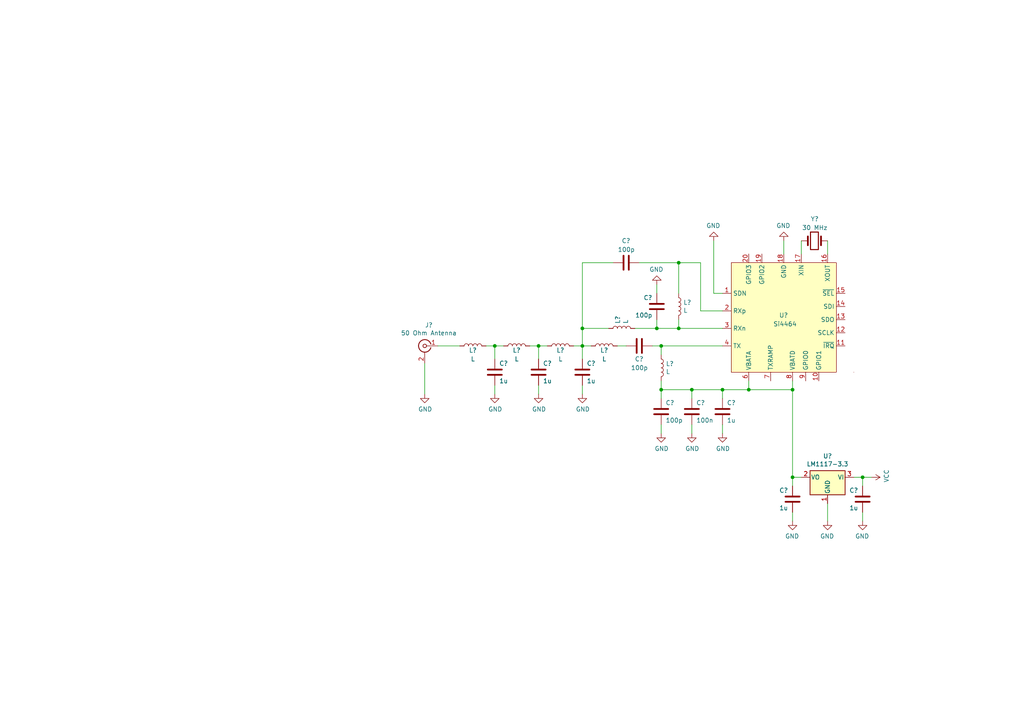
<source format=kicad_sch>
(kicad_sch (version 20230121) (generator eeschema)
  (paper "A4")
  (lib_symbols
    (symbol "RCTX-rescue:C-device" (pin_numbers hide) (pin_names (offset 0.254))
      (property "Reference" "C" (at 0.635 2.54 0))
      (property "Value" "device_C" (at 0.635 -2.54 0))
      (symbol "C-device_0_1"
        (polyline (pts (xy -2.032 -0.762) (xy 2.032 -0.762)) (stroke (width 0.508)))
        (polyline (pts (xy -2.032 0.762) (xy 2.032 0.762)) (stroke (width 0.508)))
      )
      (symbol "C-device_1_1"
        (pin passive line (at 0 3.81 270) (length 2.794) (name "~") (number "1"))
        (pin passive line (at 0 -3.81 90) (length 2.794) (name "~") (number "2"))
      )
    )
    (symbol "RCTX-rescue:Conn_Coaxial-conn" (pin_names (offset 1.016) hide)
      (property "Reference" "J" (at 0.254 3.048 0))
      (property "Value" "conn_Conn_Coaxial" (at 2.921 0 90))
      (symbol "Conn_Coaxial-conn_0_1"
        (arc (start -1.778 -0.508) (mid 0.2311 -1.8066) (end 1.778 0) (stroke (width 0.254)))
        (polyline (pts (xy -1.27 0) (xy -0.508 0)))
        (polyline (pts (xy 0 -2.54) (xy 0 -1.778)))
        (circle (center 0 0) (radius 0.508) (stroke (width 0.2032)))
        (arc (start 1.778 0) (mid 0.2099 1.8101) (end -1.778 0.508) (stroke (width 0.254)))
      )
      (symbol "Conn_Coaxial-conn_1_1"
        (pin passive line (at -3.81 0 0) (length 2.54) (name "In") (number "1"))
        (pin passive line (at 0 -5.08 90) (length 2.54) (name "Ext") (number "2"))
      )
    )
    (symbol "RCTX-rescue:Crystal-device" (pin_numbers hide) (pin_names (offset 1.016) hide)
      (property "Reference" "Y" (at 0 3.81 0))
      (property "Value" "device_Crystal" (at 0 -3.81 0))
      (symbol "Crystal-device_0_1"
        (rectangle (start -1.143 2.54) (end 1.143 -2.54) (stroke (width 0.3048)))
        (polyline (pts (xy -2.54 0) (xy -1.905 0)))
        (polyline (pts (xy -1.905 -1.27) (xy -1.905 1.27)) (stroke (width 0.508)))
        (polyline (pts (xy 1.905 -1.27) (xy 1.905 1.27)) (stroke (width 0.508)))
        (polyline (pts (xy 2.54 0) (xy 1.905 0)))
      )
      (symbol "Crystal-device_1_1"
        (pin passive line (at -3.81 0 0) (length 1.27) (name "1") (number "1"))
        (pin passive line (at 3.81 0 180) (length 1.27) (name "2") (number "2"))
      )
    )
    (symbol "RCTX-rescue:GND-power" (power) (pin_names (offset 0))
      (property "Value" "GND-power" (at 0 -3.81 0))
      (symbol "GND-power_0_1"
        (polyline (pts (xy 0 0) (xy 0 -1.27) (xy 1.27 -1.27) (xy 0 -2.54) (xy -1.27 -1.27) (xy 0 -1.27)))
      )
      (symbol "GND-power_1_1"
        (pin power_in line (at 0 0 270) (length 0) hide (name "GND") (number "1"))
      )
    )
    (symbol "RCTX-rescue:L-device" (pin_numbers hide) (pin_names (offset 1.016) hide)
      (property "Reference" "L" (at -1.27 0 90))
      (property "Value" "device_L" (at 1.905 0 90))
      (symbol "L-device_0_1"
        (arc (start 0 -2.54) (mid 0.6323 -1.905) (end 0 -1.27))
        (arc (start 0 -1.27) (mid 0.6323 -0.635) (end 0 0))
        (arc (start 0 0) (mid 0.6323 0.635) (end 0 1.27))
        (arc (start 0 1.27) (mid 0.6323 1.905) (end 0 2.54))
      )
      (symbol "L-device_1_1"
        (pin passive line (at 0 3.81 270) (length 1.27) (name "1") (number "1"))
        (pin passive line (at 0 -3.81 90) (length 1.27) (name "2") (number "2"))
      )
    )
    (symbol "RCTX-rescue:LM1117-3.3-regul" (pin_names (offset 0.254))
      (property "Reference" "U" (at -3.81 3.175 0))
      (property "Value" "regul_LM1117-3.3" (at 0 3.175 0))
      (symbol "LM1117-3.3-regul_0_1"
        (rectangle (start -5.08 -5.08) (end 5.08 1.905) (stroke (width 0.254)) (fill (type background)))
      )
      (symbol "LM1117-3.3-regul_1_1"
        (pin power_in line (at 0 -7.62 90) (length 2.54) (name "GND") (number "1"))
        (pin power_out line (at 7.62 0 180) (length 2.54) (name "VO") (number "2"))
        (pin power_in line (at -7.62 0 0) (length 2.54) (name "VI") (number "3"))
      )
    )
    (symbol "RCTX-rescue:Si4464-RF"
      (property "Reference" "U" (at 0 1.27 0))
      (property "Value" "RF_Si4464" (at 0 -1.27 0))
      (symbol "Si4464-RF_0_1"
        (rectangle (start -15.24 16.51) (end 15.24 -15.24) (fill (type background)))
        (rectangle (start 20.32 -15.24) (end 20.32 -15.24))
      )
      (symbol "Si4464-RF_1_1"
        (pin input line (at -17.78 7.62 0) (length 2.54) (name "SDN") (number "1"))
        (pin bidirectional line (at 10.16 -17.78 90) (length 2.54) (name "GPIO1") (number "10"))
        (pin open_collector line (at 17.78 -7.62 180) (length 2.54) (name "~{IRQ}") (number "11"))
        (pin input line (at 17.78 -3.81 180) (length 2.54) (name "SCLK") (number "12"))
        (pin output line (at 17.78 0 180) (length 2.54) (name "SDO") (number "13"))
        (pin input line (at 17.78 3.81 180) (length 2.54) (name "SDI") (number "14"))
        (pin input line (at 17.78 7.62 180) (length 2.54) (name "~{SEL}") (number "15"))
        (pin passive line (at 12.7 19.05 270) (length 2.54) (name "XOUT") (number "16"))
        (pin input line (at 5.08 19.05 270) (length 2.54) (name "XIN") (number "17"))
        (pin power_in line (at 0 19.05 270) (length 2.54) (name "GND") (number "18"))
        (pin bidirectional line (at -6.35 19.05 270) (length 2.54) (name "GPIO2") (number "19"))
        (pin input line (at -17.78 2.54 0) (length 2.54) (name "RXp") (number "2"))
        (pin bidirectional line (at -10.16 19.05 270) (length 2.54) (name "GPIO3") (number "20"))
        (pin power_in line (at 0 19.05 270) (length 2.54) hide (name "GND") (number "21"))
        (pin input line (at -17.78 -2.54 0) (length 2.54) (name "RXn") (number "3"))
        (pin output line (at -17.78 -7.62 0) (length 2.54) (name "TX") (number "4"))
        (pin no_connect line (at -17.78 -12.7 0) (length 2.54) hide (name "NC") (number "5"))
        (pin power_in line (at -10.16 -17.78 90) (length 2.54) (name "VBATA") (number "6"))
        (pin output line (at -3.81 -17.78 90) (length 2.54) (name "TXRAMP") (number "7"))
        (pin power_in line (at 2.54 -17.78 90) (length 2.54) (name "VBATD") (number "8"))
        (pin bidirectional line (at 6.35 -17.78 90) (length 2.54) (name "GPIO0") (number "9"))
      )
    )
    (symbol "RCTX-rescue:VCC-power" (power) (pin_names (offset 0))
      (property "Value" "VCC-power" (at 0 3.81 0))
      (symbol "VCC-power_0_1"
        (polyline (pts (xy -0.762 1.27) (xy 0 2.54)))
        (polyline (pts (xy 0 0) (xy 0 2.54)))
        (polyline (pts (xy 0 2.54) (xy 0.762 1.27)))
      )
      (symbol "VCC-power_1_1"
        (pin power_in line (at 0 0 90) (length 0) hide (name "VCC") (number "1"))
      )
    )
  )
  (junction (at 200.66 113.03))
  (junction (at 229.87 138.43))
  (junction (at 196.85 95.25))
  (junction (at 217.17 113.03))
  (junction (at 156.21 100.33))
  (junction (at 168.91 100.33))
  (junction (at 190.5 95.25))
  (junction (at 191.77 100.33))
  (junction (at 229.87 113.03))
  (junction (at 250.19 138.43))
  (junction (at 191.77 113.03))
  (junction (at 209.55 113.03))
  (junction (at 196.85 76.2))
  (junction (at 143.51 100.33))
  (junction (at 168.91 95.25))
  (wire (pts (xy 168.91 104.14) (xy 168.91 100.33)))
  (wire (pts (xy 229.87 148.59) (xy 229.87 151.13)))
  (wire (pts (xy 168.91 111.76) (xy 168.91 114.3)))
  (wire (pts (xy 217.17 113.03) (xy 217.17 110.49)))
  (wire (pts (xy 203.2 76.2) (xy 203.2 90.17)))
  (wire (pts (xy 232.41 69.85) (xy 232.41 73.66)))
  (wire (pts (xy 181.61 100.33) (xy 179.07 100.33)))
  (wire (pts (xy 168.91 76.2) (xy 168.91 95.25)))
  (wire (pts (xy 209.55 100.33) (xy 191.77 100.33)))
  (wire (pts (xy 207.01 85.09) (xy 207.01 69.85)))
  (wire (pts (xy 127 100.33) (xy 133.35 100.33)))
  (wire (pts (xy 184.15 95.25) (xy 190.5 95.25)))
  (wire (pts (xy 176.53 95.25) (xy 168.91 95.25)))
  (wire (pts (xy 196.85 76.2) (xy 203.2 76.2)))
  (wire (pts (xy 196.85 76.2) (xy 196.85 85.09)))
  (wire (pts (xy 191.77 113.03) (xy 191.77 115.57)))
  (wire (pts (xy 200.66 125.73) (xy 200.66 123.19)))
  (wire (pts (xy 189.23 100.33) (xy 191.77 100.33)))
  (wire (pts (xy 229.87 140.97) (xy 229.87 138.43)))
  (wire (pts (xy 229.87 113.03) (xy 217.17 113.03)))
  (wire (pts (xy 191.77 100.33) (xy 191.77 102.87)))
  (wire (pts (xy 217.17 113.03) (xy 209.55 113.03)))
  (wire (pts (xy 209.55 125.73) (xy 209.55 123.19)))
  (wire (pts (xy 196.85 95.25) (xy 209.55 95.25)))
  (wire (pts (xy 190.5 92.71) (xy 190.5 95.25)))
  (wire (pts (xy 209.55 113.03) (xy 200.66 113.03)))
  (wire (pts (xy 196.85 76.2) (xy 185.42 76.2)))
  (wire (pts (xy 191.77 123.19) (xy 191.77 125.73)))
  (wire (pts (xy 227.33 69.85) (xy 227.33 73.66)))
  (wire (pts (xy 168.91 100.33) (xy 166.37 100.33)))
  (wire (pts (xy 240.03 69.85) (xy 240.03 73.66)))
  (wire (pts (xy 146.05 100.33) (xy 143.51 100.33)))
  (wire (pts (xy 156.21 111.76) (xy 156.21 114.3)))
  (wire (pts (xy 240.03 146.05) (xy 240.03 151.13)))
  (wire (pts (xy 123.19 114.3) (xy 123.19 105.41)))
  (wire (pts (xy 203.2 90.17) (xy 209.55 90.17)))
  (wire (pts (xy 209.55 115.57) (xy 209.55 113.03)))
  (wire (pts (xy 232.41 138.43) (xy 229.87 138.43)))
  (wire (pts (xy 143.51 111.76) (xy 143.51 114.3)))
  (wire (pts (xy 196.85 95.25) (xy 190.5 95.25)))
  (wire (pts (xy 140.97 100.33) (xy 143.51 100.33)))
  (wire (pts (xy 229.87 110.49) (xy 229.87 113.03)))
  (wire (pts (xy 156.21 104.14) (xy 156.21 100.33)))
  (wire (pts (xy 250.19 148.59) (xy 250.19 151.13)))
  (wire (pts (xy 168.91 100.33) (xy 171.45 100.33)))
  (wire (pts (xy 200.66 113.03) (xy 191.77 113.03)))
  (wire (pts (xy 143.51 100.33) (xy 143.51 104.14)))
  (wire (pts (xy 200.66 115.57) (xy 200.66 113.03)))
  (wire (pts (xy 168.91 95.25) (xy 168.91 100.33)))
  (wire (pts (xy 209.55 85.09) (xy 207.01 85.09)))
  (wire (pts (xy 177.8 76.2) (xy 168.91 76.2)))
  (wire (pts (xy 252.73 138.43) (xy 250.19 138.43)))
  (wire (pts (xy 158.75 100.33) (xy 156.21 100.33)))
  (wire (pts (xy 156.21 100.33) (xy 153.67 100.33)))
  (wire (pts (xy 229.87 138.43) (xy 229.87 113.03)))
  (wire (pts (xy 196.85 92.71) (xy 196.85 95.25)))
  (wire (pts (xy 250.19 138.43) (xy 247.65 138.43)))
  (wire (pts (xy 190.5 82.55) (xy 190.5 85.09)))
  (wire (pts (xy 191.77 110.49) (xy 191.77 113.03)))
  (wire (pts (xy 250.19 140.97) (xy 250.19 138.43)))
  (symbol (lib_id "RCTX-rescue:Si4464-RF") (at 227.33 92.71 0) (unit 1)
    (property "Reference" "U?" (at 228.6 91.44 0) (effects (justify right)))
    (property "Value" "Si4464" (at 231.14 93.98 0) (effects (justify right)))
    (property "Footprint" "Package_DFN_QFN:QFN-20-1EP_4x4mm_P0.5mm_EP2.6x2.6mm_ThermalVias" (effects hide))
    (property "Datasheet" "https://www.silabs.com/documents/public/data-sheets/Si4464-63-61-60.pdf" (effects hide))
  )
  (symbol (lib_id "RCTX-rescue:GND-power") (at 227.33 69.85 180) (unit 1)
    (property "Reference" "#PWR?" (effects hide))
    (property "Value" "GND" (at 227.203 65.4558 0))
  )
  (symbol (lib_id "RCTX-rescue:C-device") (at 191.77 119.38 0) (unit 1)
    (property "Reference" "C?" (at 193.04 116.84 0) (effects (justify left)))
    (property "Value" "100p" (at 193.04 121.92 0) (effects (justify left)))
  )
  (symbol (lib_id "RCTX-rescue:C-device") (at 200.66 119.38 0) (unit 1)
    (property "Reference" "C?" (at 201.93 116.84 0) (effects (justify left)))
    (property "Value" "100n" (at 201.93 121.92 0) (effects (justify left)))
  )
  (symbol (lib_id "RCTX-rescue:C-device") (at 209.55 119.38 0) (unit 1)
    (property "Reference" "C?" (at 210.82 116.84 0) (effects (justify left)))
    (property "Value" "1u" (at 210.82 121.92 0) (effects (justify left)))
  )
  (symbol (lib_id "RCTX-rescue:GND-power") (at 209.55 125.73 0) (unit 1)
    (property "Reference" "#PWR?" (effects hide))
    (property "Value" "GND" (at 209.677 130.1242 0))
  )
  (symbol (lib_id "RCTX-rescue:GND-power") (at 200.66 125.73 0) (unit 1)
    (property "Reference" "#PWR?" (effects hide))
    (property "Value" "GND" (at 200.787 130.1242 0))
  )
  (symbol (lib_id "RCTX-rescue:GND-power") (at 191.77 125.73 0) (unit 1)
    (property "Reference" "#PWR?" (effects hide))
    (property "Value" "GND" (at 191.897 130.1242 0))
  )
  (symbol (lib_id "RCTX-rescue:L-device") (at 191.77 106.68 0) (unit 1)
    (property "Reference" "L?" (at 193.1162 105.5116 0) (effects (justify left)))
    (property "Value" "L" (at 193.1162 107.823 0) (effects (justify left)))
  )
  (symbol (lib_id "RCTX-rescue:C-device") (at 190.5 88.9 0) (mirror y) (unit 1)
    (property "Reference" "C?" (at 189.23 86.36 0) (effects (justify left)))
    (property "Value" "100p" (at 189.23 91.44 0) (effects (justify left)))
  )
  (symbol (lib_id "RCTX-rescue:C-device") (at 181.61 76.2 90) (unit 1)
    (property "Reference" "C?" (at 182.88 69.85 90) (effects (justify left)))
    (property "Value" "100p" (at 184.15 72.39 90) (effects (justify left)))
  )
  (symbol (lib_id "RCTX-rescue:L-device") (at 196.85 88.9 0) (unit 1)
    (property "Reference" "L?" (at 198.1962 87.7316 0) (effects (justify left)))
    (property "Value" "L" (at 198.1962 90.043 0) (effects (justify left)))
  )
  (symbol (lib_id "RCTX-rescue:L-device") (at 175.26 100.33 90) (unit 1)
    (property "Reference" "L?" (at 175.26 101.6 90))
    (property "Value" "L" (at 175.26 104.14 90))
  )
  (symbol (lib_id "RCTX-rescue:C-device") (at 185.42 100.33 90) (unit 1)
    (property "Reference" "C?" (at 186.69 104.14 90) (effects (justify left)))
    (property "Value" "100p" (at 187.96 106.68 90) (effects (justify left)))
  )
  (symbol (lib_id "RCTX-rescue:Crystal-device") (at 236.22 69.85 180) (unit 1)
    (property "Reference" "Y?" (at 237.49 63.5 0) (effects (justify left)))
    (property "Value" "30 MHz" (at 240.03 66.04 0) (effects (justify left)))
  )
  (symbol (lib_id "RCTX-rescue:GND-power") (at 190.5 82.55 180) (unit 1)
    (property "Reference" "#PWR?" (effects hide))
    (property "Value" "GND" (at 190.373 78.1558 0))
  )
  (symbol (lib_id "RCTX-rescue:GND-power") (at 207.01 69.85 180) (unit 1)
    (property "Reference" "#PWR?" (effects hide))
    (property "Value" "GND" (at 206.883 65.4558 0))
  )
  (symbol (lib_id "RCTX-rescue:C-device") (at 168.91 107.95 0) (unit 1)
    (property "Reference" "C?" (at 170.18 105.41 0) (effects (justify left)))
    (property "Value" "1u" (at 170.18 110.49 0) (effects (justify left)))
  )
  (symbol (lib_id "RCTX-rescue:L-device") (at 162.56 100.33 90) (unit 1)
    (property "Reference" "L?" (at 162.56 101.6 90))
    (property "Value" "L" (at 162.56 104.14 90))
  )
  (symbol (lib_id "RCTX-rescue:L-device") (at 137.16 100.33 90) (unit 1)
    (property "Reference" "L?" (at 137.16 101.6 90))
    (property "Value" "L" (at 137.16 104.14 90))
  )
  (symbol (lib_id "RCTX-rescue:C-device") (at 156.21 107.95 0) (unit 1)
    (property "Reference" "C?" (at 157.48 105.41 0) (effects (justify left)))
    (property "Value" "1u" (at 157.48 110.49 0) (effects (justify left)))
  )
  (symbol (lib_id "RCTX-rescue:GND-power") (at 168.91 114.3 0) (unit 1)
    (property "Reference" "#PWR?" (effects hide))
    (property "Value" "GND" (at 169.037 118.6942 0))
  )
  (symbol (lib_id "RCTX-rescue:GND-power") (at 156.21 114.3 0) (unit 1)
    (property "Reference" "#PWR?" (effects hide))
    (property "Value" "GND" (at 156.337 118.6942 0))
  )
  (symbol (lib_id "RCTX-rescue:L-device") (at 180.34 95.25 90) (unit 1)
    (property "Reference" "L?" (at 179.1716 93.9038 0) (effects (justify left)))
    (property "Value" "L" (at 181.483 93.9038 0) (effects (justify left)))
  )
  (symbol (lib_id "RCTX-rescue:L-device") (at 149.86 100.33 90) (unit 1)
    (property "Reference" "L?" (at 149.86 101.6 90))
    (property "Value" "L" (at 149.86 104.14 90))
  )
  (symbol (lib_id "RCTX-rescue:C-device") (at 143.51 107.95 0) (unit 1)
    (property "Reference" "C?" (at 144.78 105.41 0) (effects (justify left)))
    (property "Value" "1u" (at 144.78 110.49 0) (effects (justify left)))
  )
  (symbol (lib_id "RCTX-rescue:GND-power") (at 143.51 114.3 0) (unit 1)
    (property "Reference" "#PWR?" (effects hide))
    (property "Value" "GND" (at 143.637 118.6942 0))
  )
  (symbol (lib_id "RCTX-rescue:Conn_Coaxial-conn") (at 123.19 100.33 0) (mirror y) (unit 1)
    (property "Reference" "J?" (at 124.3838 94.2848 0))
    (property "Value" "50 Ohm Antenna" (at 124.3838 96.5962 0))
  )
  (symbol (lib_id "RCTX-rescue:GND-power") (at 123.19 114.3 0) (unit 1)
    (property "Reference" "#PWR?" (effects hide))
    (property "Value" "GND" (at 123.317 118.6942 0))
  )
  (symbol (lib_id "RCTX-rescue:VCC-power") (at 252.73 138.43 270) (mirror x) (unit 1)
    (property "Reference" "#PWR?" (effects hide))
    (property "Value" "VCC" (at 257.1242 138.049 0))
  )
  (symbol (lib_id "RCTX-rescue:LM1117-3.3-regul") (at 240.03 138.43 0) (mirror y) (unit 1)
    (property "Reference" "U?" (at 240.03 132.2832 0))
    (property "Value" "LM1117-3.3" (at 240.03 134.5946 0))
    (property "Datasheet" "http://www.ti.com/lit/ds/symlink/lm1117.pdf" (effects hide))
  )
  (symbol (lib_id "RCTX-rescue:GND-power") (at 240.03 151.13 0) (mirror y) (unit 1)
    (property "Reference" "#PWR?" (effects hide))
    (property "Value" "GND" (at 239.903 155.5242 0))
  )
  (symbol (lib_id "RCTX-rescue:C-device") (at 229.87 144.78 0) (mirror y) (unit 1)
    (property "Reference" "C?" (at 228.6 142.24 0) (effects (justify left)))
    (property "Value" "1u" (at 228.6 147.32 0) (effects (justify left)))
  )
  (symbol (lib_id "RCTX-rescue:GND-power") (at 229.87 151.13 0) (mirror y) (unit 1)
    (property "Reference" "#PWR?" (effects hide))
    (property "Value" "GND" (at 229.743 155.5242 0))
  )
  (symbol (lib_id "RCTX-rescue:C-device") (at 250.19 144.78 0) (mirror y) (unit 1)
    (property "Reference" "C?" (at 248.92 142.24 0) (effects (justify left)))
    (property "Value" "1u" (at 248.92 147.32 0) (effects (justify left)))
  )
  (symbol (lib_id "RCTX-rescue:GND-power") (at 250.19 151.13 0) (mirror y) (unit 1)
    (property "Reference" "#PWR?" (effects hide))
    (property "Value" "GND" (at 250.063 155.5242 0))
  )
)
</source>
